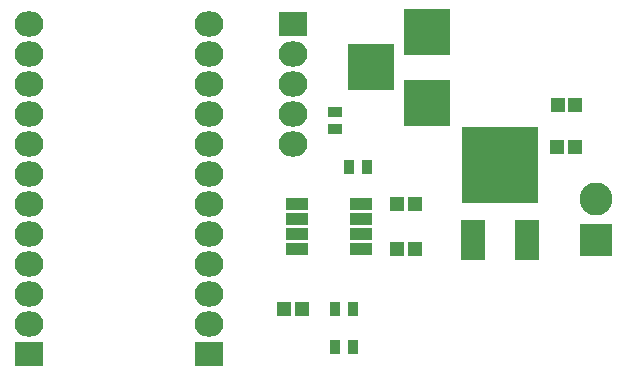
<source format=gts>
G04 #@! TF.FileFunction,Soldermask,Top*
%FSLAX46Y46*%
G04 Gerber Fmt 4.6, Leading zero omitted, Abs format (unit mm)*
G04 Created by KiCad (PCBNEW 4.0.2-stable) date Wednesday, July 27, 2016 'PMt' 01:40:30 PM*
%MOMM*%
G01*
G04 APERTURE LIST*
%ADD10C,0.100000*%
%ADD11R,1.200000X1.150000*%
%ADD12R,3.900120X3.900120*%
%ADD13R,2.432000X2.127200*%
%ADD14O,2.432000X2.127200*%
%ADD15C,2.800000*%
%ADD16R,2.800000X2.800000*%
%ADD17R,2.051000X3.448000*%
%ADD18R,6.496000X6.496000*%
%ADD19R,0.900000X1.300000*%
%ADD20R,1.950000X1.000000*%
%ADD21R,1.300000X0.900000*%
G04 APERTURE END LIST*
D10*
D11*
X151384000Y-103124000D03*
X152884000Y-103124000D03*
X128270000Y-116840000D03*
X129770000Y-116840000D03*
X151408000Y-99568000D03*
X152908000Y-99568000D03*
X137795000Y-111760000D03*
X139295000Y-111760000D03*
X137795000Y-107950000D03*
X139295000Y-107950000D03*
D12*
X140335000Y-99344480D03*
X140335000Y-93345000D03*
X135636000Y-96344740D03*
D13*
X121920000Y-120650000D03*
D14*
X121920000Y-118110000D03*
X121920000Y-115570000D03*
X121920000Y-113030000D03*
X121920000Y-110490000D03*
X121920000Y-107950000D03*
X121920000Y-105410000D03*
X121920000Y-102870000D03*
X121920000Y-100330000D03*
X121920000Y-97790000D03*
X121920000Y-95250000D03*
X121920000Y-92710000D03*
D13*
X129032000Y-92710000D03*
D14*
X129032000Y-95250000D03*
X129032000Y-97790000D03*
X129032000Y-100330000D03*
X129032000Y-102870000D03*
D15*
X154686000Y-107498000D03*
D16*
X154686000Y-110998000D03*
D17*
X144272000Y-110998000D03*
D18*
X146558000Y-104648000D03*
D17*
X148844000Y-110998000D03*
D19*
X134100000Y-116840000D03*
X132600000Y-116840000D03*
X135255000Y-104775000D03*
X133755000Y-104775000D03*
X134100000Y-120015000D03*
X132600000Y-120015000D03*
D13*
X106680000Y-120650000D03*
D14*
X106680000Y-118110000D03*
X106680000Y-115570000D03*
X106680000Y-113030000D03*
X106680000Y-110490000D03*
X106680000Y-107950000D03*
X106680000Y-105410000D03*
X106680000Y-102870000D03*
X106680000Y-100330000D03*
X106680000Y-97790000D03*
X106680000Y-95250000D03*
X106680000Y-92710000D03*
D20*
X129351000Y-107950000D03*
X129351000Y-109220000D03*
X129351000Y-110490000D03*
X129351000Y-111760000D03*
X134751000Y-111760000D03*
X134751000Y-110490000D03*
X134751000Y-109220000D03*
X134751000Y-107950000D03*
D21*
X132588000Y-101600000D03*
X132588000Y-100100000D03*
M02*

</source>
